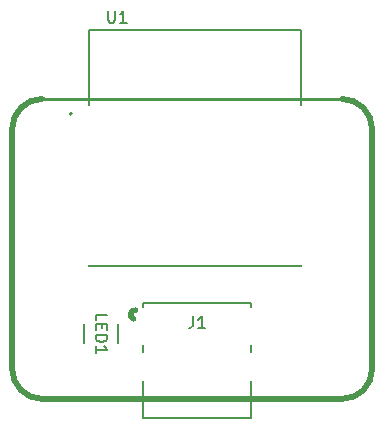
<source format=gbr>
%TF.GenerationSoftware,KiCad,Pcbnew,8.0.4*%
%TF.CreationDate,2024-07-30T18:13:19-04:00*%
%TF.ProjectId,esp32-c3-wroom-socket,65737033-322d-4633-932d-77726f6f6d2d,rev?*%
%TF.SameCoordinates,Original*%
%TF.FileFunction,Legend,Top*%
%TF.FilePolarity,Positive*%
%FSLAX46Y46*%
G04 Gerber Fmt 4.6, Leading zero omitted, Abs format (unit mm)*
G04 Created by KiCad (PCBNEW 8.0.4) date 2024-07-30 18:13:19*
%MOMM*%
%LPD*%
G01*
G04 APERTURE LIST*
%ADD10C,0.150000*%
%ADD11C,0.127000*%
%ADD12C,0.200000*%
%ADD13C,0.152400*%
%ADD14C,0.508000*%
%ADD15C,0.500000*%
%ADD16C,0.250000*%
G04 APERTURE END LIST*
D10*
X149603095Y-49469819D02*
X149603095Y-50279342D01*
X149603095Y-50279342D02*
X149650714Y-50374580D01*
X149650714Y-50374580D02*
X149698333Y-50422200D01*
X149698333Y-50422200D02*
X149793571Y-50469819D01*
X149793571Y-50469819D02*
X149984047Y-50469819D01*
X149984047Y-50469819D02*
X150079285Y-50422200D01*
X150079285Y-50422200D02*
X150126904Y-50374580D01*
X150126904Y-50374580D02*
X150174523Y-50279342D01*
X150174523Y-50279342D02*
X150174523Y-49469819D01*
X151174523Y-50469819D02*
X150603095Y-50469819D01*
X150888809Y-50469819D02*
X150888809Y-49469819D01*
X150888809Y-49469819D02*
X150793571Y-49612676D01*
X150793571Y-49612676D02*
X150698333Y-49707914D01*
X150698333Y-49707914D02*
X150603095Y-49755533D01*
X148545180Y-75681152D02*
X148545180Y-75204962D01*
X148545180Y-75204962D02*
X149545180Y-75204962D01*
X149068990Y-76014486D02*
X149068990Y-76347819D01*
X148545180Y-76490676D02*
X148545180Y-76014486D01*
X148545180Y-76014486D02*
X149545180Y-76014486D01*
X149545180Y-76014486D02*
X149545180Y-76490676D01*
X148545180Y-76919248D02*
X149545180Y-76919248D01*
X149545180Y-76919248D02*
X149545180Y-77157343D01*
X149545180Y-77157343D02*
X149497561Y-77300200D01*
X149497561Y-77300200D02*
X149402323Y-77395438D01*
X149402323Y-77395438D02*
X149307085Y-77443057D01*
X149307085Y-77443057D02*
X149116609Y-77490676D01*
X149116609Y-77490676D02*
X148973752Y-77490676D01*
X148973752Y-77490676D02*
X148783276Y-77443057D01*
X148783276Y-77443057D02*
X148688038Y-77395438D01*
X148688038Y-77395438D02*
X148592800Y-77300200D01*
X148592800Y-77300200D02*
X148545180Y-77157343D01*
X148545180Y-77157343D02*
X148545180Y-76919248D01*
X148545180Y-78443057D02*
X148545180Y-77871629D01*
X148545180Y-78157343D02*
X149545180Y-78157343D01*
X149545180Y-78157343D02*
X149402323Y-78062105D01*
X149402323Y-78062105D02*
X149307085Y-77966867D01*
X149307085Y-77966867D02*
X149259466Y-77871629D01*
X156791666Y-75329819D02*
X156791666Y-76044104D01*
X156791666Y-76044104D02*
X156744047Y-76186961D01*
X156744047Y-76186961D02*
X156648809Y-76282200D01*
X156648809Y-76282200D02*
X156505952Y-76329819D01*
X156505952Y-76329819D02*
X156410714Y-76329819D01*
X157791666Y-76329819D02*
X157220238Y-76329819D01*
X157505952Y-76329819D02*
X157505952Y-75329819D01*
X157505952Y-75329819D02*
X157410714Y-75472676D01*
X157410714Y-75472676D02*
X157315476Y-75567914D01*
X157315476Y-75567914D02*
X157220238Y-75615533D01*
D11*
%TO.C,U1*%
X147940000Y-51100000D02*
X147940000Y-57430000D01*
X147940000Y-71100000D02*
X147940000Y-70970000D01*
X147940000Y-71100000D02*
X165940000Y-71100000D01*
X165940000Y-51100000D02*
X147940000Y-51100000D01*
X165940000Y-57430000D02*
X165940000Y-51100000D01*
X165940000Y-71100000D02*
X165940000Y-70970000D01*
D12*
X146540000Y-58200000D02*
G75*
G02*
X146340000Y-58200000I-100000J0D01*
G01*
X146340000Y-58200000D02*
G75*
G02*
X146540000Y-58200000I100000J0D01*
G01*
D13*
%TO.C,LED1*%
X147526800Y-76022827D02*
X147526800Y-77577573D01*
X150473200Y-76022827D02*
X150473200Y-77577573D01*
%TO.C,J1*%
X152527600Y-74213000D02*
X152527600Y-74581794D01*
X152527600Y-77778207D02*
X152527600Y-78322399D01*
X152527600Y-80807602D02*
X152527600Y-83941199D01*
X152527600Y-83941199D02*
X161722400Y-83941199D01*
X161722400Y-74213000D02*
X152527600Y-74213000D01*
X161722400Y-74581798D02*
X161722400Y-74213000D01*
X161722400Y-78322399D02*
X161722400Y-77778201D01*
X161722400Y-83941199D02*
X161722400Y-80807602D01*
D14*
X151730660Y-75544872D02*
G75*
G02*
X151922100Y-74820143I161940J344872D01*
G01*
D15*
%TO.C,J2*%
X141470000Y-59480000D02*
X141470000Y-79800000D01*
D16*
X144010000Y-56940000D02*
X169410000Y-56940000D01*
D15*
X144010000Y-82340000D02*
X169410000Y-82340000D01*
X171950000Y-59480000D02*
X171950000Y-79800000D01*
X141470000Y-59480000D02*
G75*
G02*
X144010000Y-56940000I2540001J-1D01*
G01*
X144010000Y-82340000D02*
G75*
G02*
X141470000Y-79800000I1J2540001D01*
G01*
X169410000Y-56940000D02*
G75*
G02*
X171950000Y-59480000I0J-2540000D01*
G01*
X171950000Y-79800000D02*
G75*
G02*
X169410000Y-82340000I-2540000J0D01*
G01*
%TD*%
M02*

</source>
